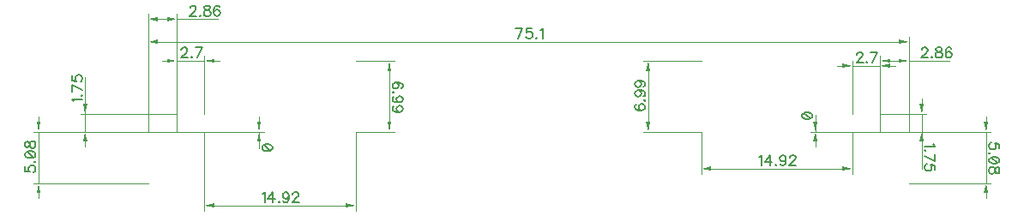
<source format=gbr>
G04 DipTrace 2.4.0.2*
%INTopDimension.gbr*%
%MOIN*%
%ADD13C,0.0014*%
%ADD30C,0.0062*%
%FSLAX44Y44*%
G04*
G70*
G90*
G75*
G01*
%LNTopDimension*%
%LPD*%
X3940Y5940D2*
D13*
Y9638D1*
X33506Y5940D2*
Y9638D1*
X18723Y9441D2*
X4334D1*
G36*
X3940D2*
X4334Y9519D1*
Y9362D1*
X3940Y9441D1*
G37*
X18723D2*
D13*
X33112D1*
G36*
X33506D2*
X33112Y9362D1*
Y9519D1*
X33506Y9441D1*
G37*
X32381Y5940D2*
D13*
Y8888D1*
X33506Y5940D2*
Y8888D1*
X32943Y8691D2*
X32774D1*
G36*
X32381D2*
X32774Y8769D1*
Y8612D1*
X32381Y8691D1*
G37*
X32943D2*
D13*
X33112D1*
G36*
X33506D2*
X33112Y8612D1*
Y8769D1*
X33506Y8691D1*
G37*
X35092D2*
D13*
X33506D1*
X32381Y6628D2*
Y8700D1*
X31318Y6628D2*
Y8700D1*
Y8503D2*
X32381D1*
X30727D2*
X30924D1*
G36*
X31318D2*
X30924Y8424D1*
Y8582D1*
X31318Y8503D1*
G37*
X32971D2*
D13*
X32774D1*
G36*
X32381D2*
X32774Y8582D1*
Y8424D1*
X32381Y8503D1*
G37*
Y6628D2*
D13*
X34203D1*
X32381Y5940D2*
X34203D1*
X34006Y6628D2*
Y5940D1*
Y7218D2*
Y7022D1*
G36*
Y6628D2*
X33927Y7022D1*
X34085D1*
X34006Y6628D1*
G37*
Y5350D2*
D13*
Y5547D1*
G36*
Y5940D2*
X34085Y5547D1*
X33927D1*
X34006Y5940D1*
G37*
Y4506D2*
D13*
Y6628D1*
X31318Y5940D2*
Y4306D1*
X25442Y5940D2*
Y4306D1*
X28380Y4503D2*
X30924D1*
G36*
X31318D2*
X30924Y4424D1*
Y4581D1*
X31318Y4503D1*
G37*
X28380D2*
D13*
X25836D1*
G36*
X25442D2*
X25836Y4581D1*
Y4424D1*
X25442Y4503D1*
G37*
X33506Y5940D2*
D13*
X36703D1*
X33506Y3940D2*
X36703D1*
X36506Y5940D2*
Y3940D1*
Y6531D2*
Y6334D1*
G36*
Y5940D2*
X36427Y6334D1*
X36585D1*
X36506Y5940D1*
G37*
Y3350D2*
D13*
Y3546D1*
G36*
Y3940D2*
X36585Y3546D1*
X36427D1*
X36506Y3940D1*
G37*
X3940Y5940D2*
D13*
X-507D1*
X3940Y3940D2*
X-507D1*
X-310Y5940D2*
Y3940D1*
Y6531D2*
Y6334D1*
G36*
Y5940D2*
X-389Y6334D1*
X-232D1*
X-310Y5940D1*
G37*
Y3350D2*
D13*
Y3546D1*
G36*
Y3940D2*
X-232Y3546D1*
X-389D1*
X-310Y3940D1*
G37*
X3940Y5940D2*
D13*
Y10513D1*
X5065Y5940D2*
Y10513D1*
X4503Y10316D2*
X4334D1*
G36*
X3940D2*
X4334Y10395D1*
Y10237D1*
X3940Y10316D1*
G37*
X4503D2*
D13*
X4672D1*
G36*
X5065D2*
X4672Y10237D1*
Y10395D1*
X5065Y10316D1*
G37*
X6652D2*
D13*
X5065D1*
Y6628D2*
Y8888D1*
X6128Y6628D2*
Y8888D1*
X5065Y8691D2*
X6128D1*
X4475D2*
X4672D1*
G36*
X5065D2*
X4672Y8612D1*
Y8769D1*
X5065Y8691D1*
G37*
X6718D2*
D13*
X6522D1*
G36*
X6128D2*
X6522Y8769D1*
Y8612D1*
X6128Y8691D1*
G37*
Y5940D2*
D13*
Y2868D1*
X12004Y5940D2*
Y2868D1*
X9066Y3065D2*
X6522D1*
G36*
X6128D2*
X6522Y3144D1*
Y2986D1*
X6128Y3065D1*
G37*
X9066D2*
D13*
X11610D1*
G36*
X12004D2*
X11610Y2986D1*
Y3144D1*
X12004Y3065D1*
G37*
X5065Y6628D2*
D13*
X1306D1*
X5065Y5940D2*
X1306D1*
X1502Y6628D2*
Y5940D1*
Y7218D2*
Y7022D1*
G36*
Y6628D2*
X1424Y7022D1*
X1581D1*
X1502Y6628D1*
G37*
Y5350D2*
D13*
Y5547D1*
G36*
Y5940D2*
X1581Y5547D1*
X1424D1*
X1502Y5940D1*
G37*
Y8062D2*
D13*
Y6628D1*
X12004Y8691D2*
X13513D1*
X12004Y5940D2*
X13513D1*
X13316Y7316D2*
Y8297D1*
G36*
Y8691D2*
X13395Y8297D1*
X13237D1*
X13316Y8691D1*
G37*
Y7316D2*
D13*
Y6334D1*
G36*
Y5940D2*
X13237Y6334D1*
X13395D1*
X13316Y5940D1*
G37*
X25442Y8691D2*
D13*
X23183D1*
X25442Y5940D2*
X23183D1*
X23380Y7316D2*
Y8297D1*
G36*
Y8691D2*
X23458Y8297D1*
X23301D1*
X23380Y8691D1*
G37*
Y7316D2*
D13*
Y6334D1*
G36*
Y5940D2*
X23301Y6334D1*
X23458D1*
X23380Y5940D1*
G37*
X32381D2*
D13*
X29684D1*
X31318D2*
X29684D1*
X29880D2*
D3*
Y6531D2*
Y6334D1*
G36*
Y5940D2*
X29802Y6334D1*
X29959D1*
X29880Y5940D1*
G37*
Y5350D2*
D13*
Y5547D1*
G36*
Y5940D2*
X29959Y5547D1*
X29802D1*
X29880Y5940D1*
G37*
Y6602D2*
D13*
Y5940D1*
X5065D2*
X8450D1*
X6128D2*
X8450D1*
X8253D2*
D3*
Y6531D2*
Y6334D1*
G36*
Y5940D2*
X8174Y6334D1*
X8332D1*
X8253Y5940D1*
G37*
Y5350D2*
D13*
Y5547D1*
G36*
Y5940D2*
X8332Y5547D1*
X8174D1*
X8253Y5940D1*
G37*
Y5279D2*
D13*
Y5940D1*
X18310Y9563D2*
D30*
X18501Y9964D1*
X18233D1*
X18854D2*
X18663D1*
X18644Y9792D1*
X18663Y9811D1*
X18721Y9831D1*
X18778D1*
X18835Y9811D1*
X18874Y9773D1*
X18893Y9716D1*
Y9678D1*
X18874Y9620D1*
X18835Y9582D1*
X18778Y9563D1*
X18721D1*
X18663Y9582D1*
X18644Y9601D1*
X18625Y9639D1*
X19035Y9601D2*
X19016Y9582D1*
X19035Y9563D1*
X19055Y9582D1*
X19035Y9601D1*
X19178Y9888D2*
X19217Y9907D1*
X19274Y9964D1*
Y9563D1*
X34012Y9119D2*
Y9138D1*
X34031Y9176D1*
X34050Y9195D1*
X34088Y9214D1*
X34165D1*
X34203Y9195D1*
X34222Y9176D1*
X34241Y9138D1*
Y9100D1*
X34222Y9061D1*
X34184Y9004D1*
X33992Y8813D1*
X34260D1*
X34403Y8851D2*
X34384Y8832D1*
X34403Y8813D1*
X34422Y8832D1*
X34403Y8851D1*
X34641Y9214D2*
X34584Y9195D1*
X34565Y9157D1*
Y9119D1*
X34584Y9081D1*
X34622Y9061D1*
X34699Y9042D1*
X34756Y9023D1*
X34794Y8985D1*
X34813Y8947D1*
Y8889D1*
X34794Y8851D1*
X34775Y8832D1*
X34718Y8813D1*
X34641D1*
X34584Y8832D1*
X34565Y8851D1*
X34546Y8889D1*
Y8947D1*
X34565Y8985D1*
X34603Y9023D1*
X34660Y9042D1*
X34737Y9061D1*
X34775Y9081D1*
X34794Y9119D1*
Y9157D1*
X34775Y9195D1*
X34718Y9214D1*
X34641D1*
X35166Y9157D2*
X35147Y9195D1*
X35090Y9214D1*
X35052D1*
X34994Y9195D1*
X34956Y9138D1*
X34937Y9042D1*
Y8947D1*
X34956Y8870D1*
X34994Y8832D1*
X35052Y8813D1*
X35071D1*
X35128Y8832D1*
X35166Y8870D1*
X35185Y8928D1*
Y8947D1*
X35166Y9004D1*
X35128Y9042D1*
X35071Y9061D1*
X35052D1*
X34994Y9042D1*
X34956Y9004D1*
X34937Y8947D1*
X31489Y8931D2*
Y8950D1*
X31508Y8989D1*
X31527Y9008D1*
X31565Y9027D1*
X31642D1*
X31680Y9008D1*
X31699Y8989D1*
X31718Y8950D1*
Y8912D1*
X31699Y8874D1*
X31661Y8817D1*
X31470Y8625D1*
X31737D1*
X31880Y8664D2*
X31861Y8644D1*
X31880Y8625D1*
X31899Y8644D1*
X31880Y8664D1*
X32099Y8625D2*
X32291Y9027D1*
X32023D1*
X34453Y5454D2*
X34472Y5416D1*
X34529Y5358D1*
X34128D1*
X34166Y5216D2*
X34147Y5235D1*
X34128Y5216D1*
X34147Y5196D1*
X34166Y5216D1*
X34128Y4996D2*
X34529Y4805D1*
Y5073D1*
Y4452D2*
Y4643D1*
X34357Y4662D1*
X34376Y4643D1*
X34396Y4585D1*
Y4528D1*
X34376Y4471D1*
X34338Y4432D1*
X34281Y4413D1*
X34243D1*
X34185Y4432D1*
X34147Y4471D1*
X34128Y4528D1*
Y4585D1*
X34147Y4643D1*
X34166Y4662D1*
X34204Y4681D1*
X27695Y4950D2*
X27733Y4969D1*
X27791Y5026D1*
Y4625D1*
X28106D2*
Y5026D1*
X27914Y4759D1*
X28201D1*
X28344Y4663D2*
X28325Y4644D1*
X28344Y4625D1*
X28363Y4644D1*
X28344Y4663D1*
X28736Y4893D2*
X28716Y4835D1*
X28678Y4797D1*
X28621Y4778D1*
X28602D1*
X28544Y4797D1*
X28506Y4835D1*
X28487Y4893D1*
Y4912D1*
X28506Y4969D1*
X28544Y5007D1*
X28602Y5026D1*
X28621D1*
X28678Y5007D1*
X28716Y4969D1*
X28736Y4893D1*
Y4797D1*
X28716Y4701D1*
X28678Y4644D1*
X28621Y4625D1*
X28583D1*
X28525Y4644D1*
X28506Y4682D1*
X28879Y4931D2*
Y4950D1*
X28898Y4988D1*
X28917Y5007D1*
X28955Y5026D1*
X29032D1*
X29070Y5007D1*
X29089Y4988D1*
X29108Y4950D1*
Y4912D1*
X29089Y4873D1*
X29051Y4816D1*
X28859Y4625D1*
X29127D1*
X37030Y5286D2*
Y5477D1*
X36858Y5496D1*
X36877Y5477D1*
X36896Y5420D1*
Y5363D1*
X36877Y5305D1*
X36839Y5267D1*
X36781Y5248D1*
X36743D1*
X36686Y5267D1*
X36647Y5305D1*
X36628Y5363D1*
Y5420D1*
X36647Y5477D1*
X36667Y5496D1*
X36705Y5516D1*
X36667Y5105D2*
X36647Y5124D1*
X36628Y5105D1*
X36647Y5086D1*
X36667Y5105D1*
X37030Y4847D2*
X37011Y4905D1*
X36953Y4943D1*
X36858Y4962D1*
X36800D1*
X36705Y4943D1*
X36647Y4905D1*
X36628Y4847D1*
Y4809D1*
X36647Y4752D1*
X36705Y4714D1*
X36800Y4694D1*
X36858D1*
X36953Y4714D1*
X37011Y4752D1*
X37030Y4809D1*
Y4847D1*
X36953Y4714D2*
X36705Y4943D1*
X37030Y4475D2*
X37011Y4532D1*
X36973Y4552D1*
X36934D1*
X36896Y4532D1*
X36877Y4494D1*
X36858Y4418D1*
X36839Y4360D1*
X36800Y4322D1*
X36762Y4303D1*
X36705D1*
X36667Y4322D1*
X36647Y4341D1*
X36628Y4399D1*
Y4475D1*
X36647Y4532D1*
X36667Y4552D1*
X36705Y4571D1*
X36762D1*
X36800Y4552D1*
X36839Y4513D1*
X36858Y4456D1*
X36877Y4380D1*
X36896Y4341D1*
X36934Y4322D1*
X36973D1*
X37011Y4341D1*
X37030Y4399D1*
Y4475D1*
X-834Y4594D2*
Y4403D1*
X-662Y4384D1*
X-681Y4403D1*
X-700Y4461D1*
Y4518D1*
X-681Y4575D1*
X-643Y4614D1*
X-585Y4633D1*
X-547D1*
X-490Y4614D1*
X-451Y4575D1*
X-432Y4518D1*
Y4461D1*
X-451Y4403D1*
X-471Y4384D1*
X-509Y4365D1*
X-471Y4775D2*
X-451Y4756D1*
X-432Y4775D1*
X-451Y4795D1*
X-471Y4775D1*
X-834Y5033D2*
X-815Y4976D1*
X-757Y4937D1*
X-662Y4918D1*
X-604D1*
X-509Y4937D1*
X-451Y4976D1*
X-432Y5033D1*
Y5071D1*
X-451Y5129D1*
X-509Y5167D1*
X-604Y5186D1*
X-662D1*
X-757Y5167D1*
X-815Y5129D1*
X-834Y5071D1*
Y5033D1*
X-757Y5167D2*
X-509Y4937D1*
X-834Y5405D2*
X-815Y5348D1*
X-777Y5329D1*
X-738D1*
X-700Y5348D1*
X-681Y5386D1*
X-662Y5463D1*
X-643Y5520D1*
X-604Y5558D1*
X-566Y5577D1*
X-509D1*
X-471Y5558D1*
X-451Y5539D1*
X-432Y5482D1*
Y5405D1*
X-451Y5348D1*
X-471Y5329D1*
X-509Y5310D1*
X-566D1*
X-604Y5329D1*
X-643Y5367D1*
X-662Y5424D1*
X-681Y5501D1*
X-700Y5539D1*
X-738Y5558D1*
X-777D1*
X-815Y5539D1*
X-834Y5482D1*
Y5405D1*
X5571Y10744D2*
Y10763D1*
X5590Y10801D1*
X5609Y10820D1*
X5648Y10839D1*
X5724D1*
X5762Y10820D1*
X5781Y10801D1*
X5801Y10763D1*
Y10725D1*
X5781Y10686D1*
X5743Y10629D1*
X5552Y10438D1*
X5820D1*
X5962Y10476D2*
X5943Y10457D1*
X5962Y10438D1*
X5982Y10457D1*
X5962Y10476D1*
X6201Y10839D2*
X6144Y10820D1*
X6124Y10782D1*
Y10744D1*
X6144Y10706D1*
X6182Y10686D1*
X6258Y10667D1*
X6316Y10648D1*
X6354Y10610D1*
X6373Y10572D1*
Y10514D1*
X6354Y10476D1*
X6335Y10457D1*
X6277Y10438D1*
X6201D1*
X6144Y10457D1*
X6124Y10476D1*
X6105Y10514D1*
Y10572D1*
X6124Y10610D1*
X6163Y10648D1*
X6220Y10667D1*
X6296Y10686D1*
X6335Y10706D1*
X6354Y10744D1*
Y10782D1*
X6335Y10820D1*
X6277Y10839D1*
X6201D1*
X6726Y10782D2*
X6707Y10820D1*
X6649Y10839D1*
X6611D1*
X6554Y10820D1*
X6515Y10763D1*
X6496Y10667D1*
Y10572D1*
X6515Y10495D1*
X6554Y10457D1*
X6611Y10438D1*
X6630D1*
X6687Y10457D1*
X6726Y10495D1*
X6745Y10553D1*
Y10572D1*
X6726Y10629D1*
X6687Y10667D1*
X6630Y10686D1*
X6611D1*
X6554Y10667D1*
X6515Y10629D1*
X6496Y10572D1*
X5236Y9119D2*
Y9138D1*
X5255Y9176D1*
X5274Y9195D1*
X5313Y9214D1*
X5389D1*
X5427Y9195D1*
X5446Y9176D1*
X5466Y9138D1*
Y9100D1*
X5446Y9061D1*
X5408Y9004D1*
X5217Y8813D1*
X5485D1*
X5627Y8851D2*
X5608Y8832D1*
X5627Y8813D1*
X5647Y8832D1*
X5627Y8851D1*
X5847Y8813D2*
X6038Y9214D1*
X5770D1*
X8380Y3512D2*
X8419Y3532D1*
X8476Y3589D1*
Y3187D1*
X8791D2*
Y3589D1*
X8600Y3321D1*
X8887D1*
X9029Y3226D2*
X9010Y3206D1*
X9029Y3187D1*
X9049Y3206D1*
X9029Y3226D1*
X9421Y3455D2*
X9402Y3398D1*
X9364Y3359D1*
X9306Y3340D1*
X9287D1*
X9230Y3359D1*
X9192Y3398D1*
X9172Y3455D1*
Y3474D1*
X9192Y3532D1*
X9230Y3570D1*
X9287Y3589D1*
X9306D1*
X9364Y3570D1*
X9402Y3532D1*
X9421Y3455D1*
Y3359D1*
X9402Y3264D1*
X9364Y3206D1*
X9306Y3187D1*
X9268D1*
X9211Y3206D1*
X9192Y3245D1*
X9564Y3493D2*
Y3512D1*
X9583Y3551D1*
X9602Y3570D1*
X9641Y3589D1*
X9717D1*
X9755Y3570D1*
X9774Y3551D1*
X9794Y3512D1*
Y3474D1*
X9774Y3436D1*
X9736Y3379D1*
X9545Y3187D1*
X9813D1*
X1055Y7114D2*
X1036Y7153D1*
X979Y7210D1*
X1380D1*
X1342Y7353D2*
X1361Y7334D1*
X1380Y7353D1*
X1361Y7372D1*
X1342Y7353D1*
X1380Y7572D2*
X979Y7764D1*
Y7496D1*
Y8117D2*
Y7926D1*
X1151Y7907D1*
X1132Y7926D1*
X1112Y7983D1*
Y8040D1*
X1132Y8098D1*
X1170Y8136D1*
X1227Y8155D1*
X1265D1*
X1323Y8136D1*
X1361Y8098D1*
X1380Y8040D1*
Y7983D1*
X1361Y7926D1*
X1342Y7907D1*
X1304Y7887D1*
X13783Y7633D2*
X13821Y7652D1*
X13840Y7709D1*
Y7747D1*
X13821Y7805D1*
X13763Y7843D1*
X13668Y7862D1*
X13572D1*
X13496Y7843D1*
X13457Y7805D1*
X13438Y7747D1*
Y7728D1*
X13457Y7671D1*
X13496Y7633D1*
X13553Y7614D1*
X13572D1*
X13630Y7633D1*
X13668Y7671D1*
X13687Y7728D1*
Y7747D1*
X13668Y7805D1*
X13630Y7843D1*
X13572Y7862D1*
X13477Y7471D2*
X13457Y7490D1*
X13438Y7471D1*
X13457Y7452D1*
X13477Y7471D1*
X13706Y7079D2*
X13649Y7099D1*
X13610Y7137D1*
X13591Y7194D1*
Y7213D1*
X13610Y7271D1*
X13649Y7309D1*
X13706Y7328D1*
X13725D1*
X13783Y7309D1*
X13821Y7271D1*
X13840Y7213D1*
Y7194D1*
X13821Y7137D1*
X13783Y7099D1*
X13706Y7079D1*
X13610D1*
X13515Y7099D1*
X13457Y7137D1*
X13438Y7194D1*
Y7232D1*
X13457Y7290D1*
X13496Y7309D1*
X13706Y6707D2*
X13649Y6726D1*
X13610Y6764D1*
X13591Y6822D1*
Y6841D1*
X13610Y6898D1*
X13649Y6936D1*
X13706Y6956D1*
X13725D1*
X13783Y6936D1*
X13821Y6898D1*
X13840Y6841D1*
Y6822D1*
X13821Y6764D1*
X13783Y6726D1*
X13706Y6707D1*
X13610D1*
X13515Y6726D1*
X13457Y6764D1*
X13438Y6822D1*
Y6860D1*
X13457Y6917D1*
X13496Y6936D1*
X22913Y6998D2*
X22875Y6979D1*
X22856Y6922D1*
Y6884D1*
X22875Y6826D1*
X22933Y6788D1*
X23028Y6769D1*
X23124D1*
X23200Y6788D1*
X23239Y6826D1*
X23258Y6884D1*
Y6903D1*
X23239Y6960D1*
X23200Y6998D1*
X23143Y7017D1*
X23124D1*
X23066Y6998D1*
X23028Y6960D1*
X23009Y6903D1*
Y6884D1*
X23028Y6826D1*
X23066Y6788D1*
X23124Y6769D1*
X23219Y7160D2*
X23239Y7141D1*
X23258Y7160D1*
X23239Y7179D1*
X23219Y7160D1*
X22990Y7552D2*
X23047Y7532D1*
X23086Y7494D1*
X23105Y7437D1*
Y7418D1*
X23086Y7360D1*
X23047Y7322D1*
X22990Y7303D1*
X22971D1*
X22913Y7322D1*
X22875Y7360D1*
X22856Y7418D1*
Y7437D1*
X22875Y7494D1*
X22913Y7532D1*
X22990Y7552D1*
X23086D1*
X23181Y7532D1*
X23239Y7494D1*
X23258Y7437D1*
Y7399D1*
X23239Y7341D1*
X23200Y7322D1*
X22990Y7924D2*
X23047Y7905D1*
X23086Y7867D1*
X23105Y7809D1*
Y7790D1*
X23086Y7733D1*
X23047Y7695D1*
X22990Y7675D1*
X22971D1*
X22913Y7695D1*
X22875Y7733D1*
X22856Y7790D1*
Y7809D1*
X22875Y7867D1*
X22913Y7905D1*
X22990Y7924D1*
X23086D1*
X23181Y7905D1*
X23239Y7867D1*
X23258Y7809D1*
Y7771D1*
X23239Y7714D1*
X23200Y7695D1*
X29357Y6542D2*
X29376Y6484D1*
X29433Y6446D1*
X29529Y6427D1*
X29586D1*
X29682Y6446D1*
X29739Y6484D1*
X29758Y6542D1*
Y6580D1*
X29739Y6637D1*
X29682Y6675D1*
X29586Y6695D1*
X29529D1*
X29433Y6675D1*
X29376Y6637D1*
X29357Y6580D1*
Y6542D1*
X29433Y6675D2*
X29682Y6446D1*
X8777Y5339D2*
X8758Y5397D1*
X8700Y5435D1*
X8605Y5454D1*
X8547D1*
X8452Y5435D1*
X8394Y5397D1*
X8375Y5339D1*
Y5301D1*
X8394Y5244D1*
X8452Y5206D1*
X8547Y5186D1*
X8605D1*
X8700Y5206D1*
X8758Y5244D1*
X8777Y5301D1*
Y5339D1*
X8700Y5206D2*
X8452Y5435D1*
M02*

</source>
